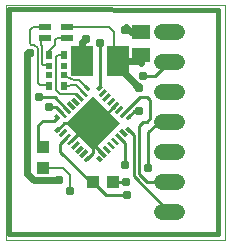
<source format=gtl>
G75*
G70*
%OFA0B0*%
%FSLAX24Y24*%
%IPPOS*%
%LPD*%
%AMOC8*
5,1,8,0,0,1.08239X$1,22.5*
%
%ADD10C,0.0010*%
%ADD11C,0.0160*%
%ADD12R,0.0118X0.0295*%
%ADD13R,0.0118X0.0197*%
%ADD14R,0.1260X0.1260*%
%ADD15R,0.0591X0.0512*%
%ADD16R,0.0394X0.0433*%
%ADD17R,0.0433X0.0394*%
%ADD18R,0.0768X0.0984*%
%ADD19C,0.0520*%
%ADD20R,0.0400X0.0200*%
%ADD21R,0.0236X0.0236*%
%ADD22R,0.0236X0.0315*%
%ADD23C,0.0310*%
%ADD24C,0.0100*%
%ADD25C,0.0240*%
%ADD26C,0.0080*%
%ADD27C,0.0060*%
D10*
X000262Y000111D02*
X007582Y000121D01*
X007582Y007931D01*
X000262Y007931D01*
X000262Y000111D01*
D11*
X000382Y000301D02*
X007324Y000301D01*
X007334Y007771D01*
X000382Y007801D01*
X000382Y000301D01*
D12*
G36*
X002804Y002846D02*
X002721Y002929D01*
X002928Y003136D01*
X003011Y003053D01*
X002804Y002846D01*
G37*
G36*
X002665Y002986D02*
X002582Y003069D01*
X002789Y003276D01*
X002872Y003193D01*
X002665Y002986D01*
G37*
G36*
X002526Y003125D02*
X002443Y003208D01*
X002650Y003415D01*
X002733Y003332D01*
X002526Y003125D01*
G37*
G36*
X002387Y003264D02*
X002304Y003347D01*
X002511Y003554D01*
X002594Y003471D01*
X002387Y003264D01*
G37*
G36*
X002247Y003403D02*
X002164Y003486D01*
X002371Y003693D01*
X002454Y003610D01*
X002247Y003403D01*
G37*
G36*
X002108Y003542D02*
X002025Y003625D01*
X002232Y003832D01*
X002315Y003749D01*
X002108Y003542D01*
G37*
G36*
X002315Y004252D02*
X002232Y004169D01*
X002025Y004376D01*
X002108Y004459D01*
X002315Y004252D01*
G37*
G36*
X002454Y004391D02*
X002371Y004308D01*
X002164Y004515D01*
X002247Y004598D01*
X002454Y004391D01*
G37*
G36*
X002594Y004530D02*
X002511Y004447D01*
X002304Y004654D01*
X002387Y004737D01*
X002594Y004530D01*
G37*
G36*
X002733Y004669D02*
X002650Y004586D01*
X002443Y004793D01*
X002526Y004876D01*
X002733Y004669D01*
G37*
G36*
X002872Y004809D02*
X002789Y004726D01*
X002582Y004933D01*
X002665Y005016D01*
X002872Y004809D01*
G37*
G36*
X003011Y004948D02*
X002928Y004865D01*
X002721Y005072D01*
X002804Y005155D01*
X003011Y004948D01*
G37*
G36*
X003431Y004865D02*
X003348Y004948D01*
X003555Y005155D01*
X003638Y005072D01*
X003431Y004865D01*
G37*
G36*
X003570Y004726D02*
X003487Y004809D01*
X003694Y005016D01*
X003777Y004933D01*
X003570Y004726D01*
G37*
G36*
X003709Y004586D02*
X003626Y004669D01*
X003833Y004876D01*
X003916Y004793D01*
X003709Y004586D01*
G37*
G36*
X003848Y004447D02*
X003765Y004530D01*
X003972Y004737D01*
X004055Y004654D01*
X003848Y004447D01*
G37*
G36*
X003987Y004308D02*
X003904Y004391D01*
X004111Y004598D01*
X004194Y004515D01*
X003987Y004308D01*
G37*
G36*
X004127Y004169D02*
X004044Y004252D01*
X004251Y004459D01*
X004334Y004376D01*
X004127Y004169D01*
G37*
G36*
X004334Y003625D02*
X004251Y003542D01*
X004044Y003749D01*
X004127Y003832D01*
X004334Y003625D01*
G37*
G36*
X004194Y003486D02*
X004111Y003403D01*
X003904Y003610D01*
X003987Y003693D01*
X004194Y003486D01*
G37*
G36*
X004055Y003347D02*
X003972Y003264D01*
X003765Y003471D01*
X003848Y003554D01*
X004055Y003347D01*
G37*
G36*
X003916Y003208D02*
X003833Y003125D01*
X003626Y003332D01*
X003709Y003415D01*
X003916Y003208D01*
G37*
G36*
X003777Y003069D02*
X003694Y002986D01*
X003487Y003193D01*
X003570Y003276D01*
X003777Y003069D01*
G37*
G36*
X003638Y002929D02*
X003555Y002846D01*
X003348Y003053D01*
X003431Y003136D01*
X003638Y002929D01*
G37*
D13*
G36*
X003277Y002844D02*
X003361Y002928D01*
X003499Y002790D01*
X003415Y002706D01*
X003277Y002844D01*
G37*
G36*
X002944Y002706D02*
X002860Y002790D01*
X002998Y002928D01*
X003082Y002844D01*
X002944Y002706D01*
G37*
G36*
X001969Y003681D02*
X001885Y003765D01*
X002023Y003903D01*
X002107Y003819D01*
X001969Y003681D01*
G37*
G36*
X001885Y004236D02*
X001969Y004320D01*
X002107Y004182D01*
X002023Y004098D01*
X001885Y004236D01*
G37*
G36*
X002860Y005211D02*
X002944Y005295D01*
X003082Y005157D01*
X002998Y005073D01*
X002860Y005211D01*
G37*
G36*
X003361Y005073D02*
X003277Y005157D01*
X003415Y005295D01*
X003499Y005211D01*
X003361Y005073D01*
G37*
G36*
X004336Y004098D02*
X004252Y004182D01*
X004390Y004320D01*
X004474Y004236D01*
X004336Y004098D01*
G37*
G36*
X004252Y003819D02*
X004336Y003903D01*
X004474Y003765D01*
X004390Y003681D01*
X004252Y003819D01*
G37*
D14*
G36*
X002289Y004001D02*
X003179Y004891D01*
X004069Y004001D01*
X003179Y003111D01*
X002289Y004001D01*
G37*
D15*
X004782Y006287D03*
X004782Y007035D03*
D16*
X001492Y003195D03*
X001492Y002526D03*
D17*
X003177Y002041D03*
X003847Y002041D03*
D18*
X004022Y006091D03*
X002822Y006091D03*
D19*
X005462Y006056D02*
X005982Y006056D01*
X005982Y007056D02*
X005462Y007056D01*
X005462Y005056D02*
X005982Y005056D01*
X005982Y004056D02*
X005462Y004056D01*
X005462Y003056D02*
X005982Y003056D01*
X005982Y002056D02*
X005462Y002056D01*
X005462Y001056D02*
X005982Y001056D01*
D20*
X002321Y006859D03*
X002321Y007213D03*
X001573Y007213D03*
X001573Y006859D03*
D21*
X001708Y005925D03*
X001708Y005610D03*
X002220Y005610D03*
X002220Y005925D03*
D22*
X002220Y006280D03*
X001708Y006280D03*
X001708Y005256D03*
X002220Y005256D03*
D23*
X001372Y004861D03*
X001722Y004531D03*
X002862Y004281D03*
X004722Y004401D03*
X004722Y005181D03*
X004842Y005561D03*
X003392Y006691D03*
X002942Y006811D03*
X004242Y007101D03*
X001072Y006331D03*
X004242Y002601D03*
X004282Y002041D03*
X004312Y001621D03*
X005012Y002511D03*
X002422Y001751D03*
X002042Y002111D03*
D24*
X002971Y002817D02*
X003179Y003026D01*
X003179Y003801D01*
X003179Y003305D01*
X003493Y002991D01*
X004049Y003548D02*
X004242Y003356D01*
X004242Y002601D01*
X004542Y002236D02*
X004542Y003612D01*
X004363Y003792D01*
X004722Y003921D02*
X004842Y004041D01*
X004962Y004041D01*
X005082Y004161D01*
X005082Y004761D01*
X004962Y004881D01*
X004755Y004881D01*
X004189Y004314D01*
X004363Y004209D02*
X004554Y004401D01*
X004722Y004401D01*
X004722Y003921D02*
X004722Y002301D01*
X004967Y002056D01*
X005722Y002056D01*
X005012Y002511D02*
X005012Y003696D01*
X005372Y004056D01*
X005722Y004056D01*
X003910Y004592D02*
X003319Y004001D01*
X003179Y004001D01*
X003142Y004001D01*
X002862Y004281D01*
X003040Y004001D02*
X003179Y004001D01*
X002205Y004001D01*
X001996Y003792D01*
X001877Y004091D02*
X001492Y004091D01*
X001352Y003951D01*
X001352Y003335D01*
X001492Y003195D01*
X002082Y003321D02*
X002082Y003051D01*
X003092Y002041D01*
X003172Y002041D01*
X003592Y001621D01*
X004312Y001621D01*
X004282Y002041D02*
X003847Y002041D01*
X004542Y002236D02*
X005722Y001056D01*
X003040Y004001D02*
X002449Y003409D01*
X002309Y003548D02*
X002082Y003321D01*
X001877Y004091D02*
X001996Y004209D01*
X002170Y004314D02*
X001953Y004531D01*
X001722Y004531D01*
X001902Y004860D02*
X001372Y004861D01*
X001902Y004860D02*
X002309Y004453D01*
X003179Y004001D02*
X003179Y003801D01*
X003388Y005184D02*
X003402Y005198D01*
X003402Y006681D01*
X003392Y006691D01*
X004842Y005561D02*
X005227Y005561D01*
X005722Y006056D01*
D25*
X004782Y006091D02*
X004782Y006021D01*
X004782Y006091D02*
X004022Y006091D01*
X004122Y005871D01*
X004122Y005781D01*
X004662Y005241D01*
X004722Y005241D01*
X004602Y005241D01*
X004722Y005241D02*
X004722Y005181D01*
X004782Y006091D02*
X004782Y006287D01*
X004782Y007035D02*
X004438Y007035D01*
X004272Y007201D01*
X004272Y007131D01*
X004242Y007101D01*
X002942Y006811D02*
X002792Y006711D01*
X002822Y006091D01*
X001072Y006331D02*
X001002Y006331D01*
X000982Y006311D01*
X000982Y006331D01*
X000982Y006311D02*
X000982Y002321D01*
X001192Y002111D01*
X002042Y002111D01*
D26*
X002422Y002261D02*
X002422Y001751D01*
X002422Y002261D02*
X002157Y002526D01*
X001492Y002526D01*
X002727Y004871D02*
X002607Y004991D01*
X002062Y004991D01*
X001932Y005121D01*
X001932Y006201D01*
X002021Y006290D01*
X002220Y006280D01*
X001912Y006611D02*
X001708Y006407D01*
X001708Y006280D01*
X001472Y006561D02*
X001472Y005961D01*
X001502Y005931D01*
X001703Y005931D01*
X001708Y005925D01*
X001698Y005611D02*
X001708Y005610D01*
X001703Y005261D02*
X001422Y005261D01*
X001332Y005351D01*
X001332Y006501D01*
X001212Y006621D01*
X001122Y006621D01*
X001062Y006681D01*
X001062Y007101D01*
X001182Y007221D01*
X001565Y007221D01*
X001573Y007213D01*
X001980Y006859D02*
X001912Y006791D01*
X001912Y006611D01*
X001980Y006859D02*
X002321Y006859D01*
X002321Y007213D02*
X003710Y007213D01*
X003882Y007041D01*
X003882Y006111D01*
X004022Y006091D01*
X002971Y005184D02*
X002704Y005451D01*
X002532Y005451D01*
X002312Y005541D01*
X002302Y005541D01*
X002282Y005620D01*
X002220Y005610D01*
X002262Y005620D01*
X002220Y005256D02*
X002610Y005266D01*
X002866Y005010D01*
X001708Y005256D02*
X001703Y005261D01*
X001472Y006561D02*
X001432Y006611D01*
X001432Y006811D01*
X001442Y006801D01*
X001602Y006801D01*
D27*
X001534Y006869D01*
X001573Y006859D01*
M02*

</source>
